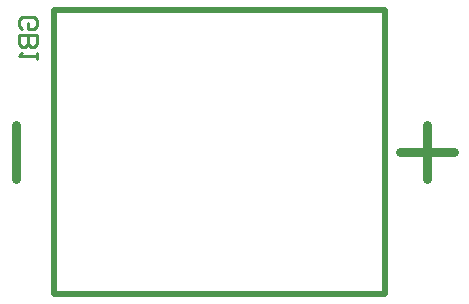
<source format=gbo>
G04*
G04 #@! TF.GenerationSoftware,Altium Limited,CircuitMaker,2.3.0 (2.3.0.3)*
G04*
G04 Layer_Color=13813960*
%FSLAX25Y25*%
%MOIN*%
G70*
G04*
G04 #@! TF.SameCoordinates,81058C9C-B397-4A51-87A6-1654BA9690F4*
G04*
G04*
G04 #@! TF.FilePolarity,Positive*
G04*
G01*
G75*
%ADD13C,0.01000*%
%ADD97C,0.02000*%
%ADD98C,0.03000*%
D13*
X215698Y111690D02*
X214698Y112690D01*
X214698Y114689D01*
X215698Y115689D01*
X219696Y115689D01*
X220696Y114689D01*
X220696Y112690D01*
X219696Y111690D01*
X217697Y111690D01*
X217697Y113689D01*
X214698Y109691D02*
X220696Y109691D01*
X220696Y106692D01*
X219696Y105692D01*
X218696Y105692D01*
X217697Y106692D01*
X217697Y109691D01*
X217697Y106692D01*
X216697Y105692D01*
X215698Y105692D01*
X214698Y106692D01*
X214698Y109691D01*
X220696Y103693D02*
X220696Y101693D01*
X220696Y102693D01*
X214698Y102693D01*
X215698Y103693D01*
D97*
X226457Y117776D02*
X336693Y117776D01*
X336693Y23287D02*
X336693Y117776D01*
X226457Y23287D02*
X336693Y23287D01*
X226457Y23287D02*
X226457Y117776D01*
D98*
X341575Y70531D02*
X359575Y70531D01*
X350575Y61532D02*
X350575Y79532D01*
X213575Y61532D02*
X213575Y79532D01*
M02*

</source>
